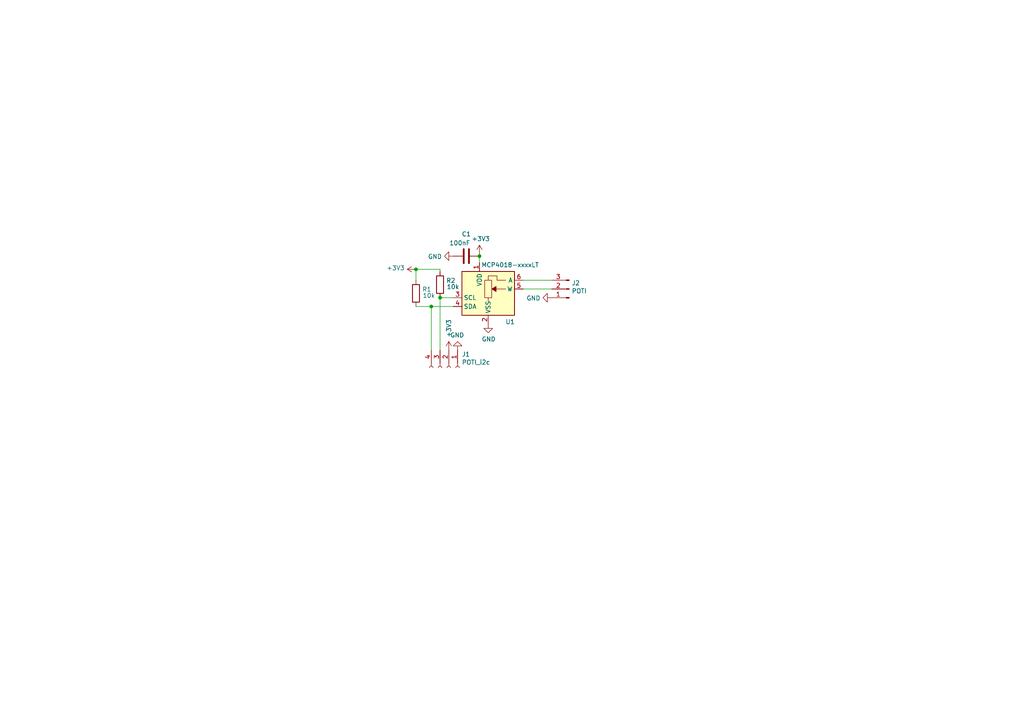
<source format=kicad_sch>
(kicad_sch (version 20211123) (generator eeschema)
  (paper "A4")
  (lib_symbols
    (symbol "Connector:Conn_01x03_Male" (pin_names (offset 1.016) hide)
      (property "Reference" "J" (at 0 5.08 0))
      (property "Value" "Conn_01x03_Male" (at 0 -5.08 0))
      (symbol "Conn_01x03_Male_1_1"
        (polyline (pts (xy 1.27 -2.54) (xy 0.8636 -2.54)) (stroke (width 0.1524)))
        (polyline (pts (xy 1.27 0) (xy 0.8636 0)) (stroke (width 0.1524)))
        (polyline (pts (xy 1.27 2.54) (xy 0.8636 2.54)) (stroke (width 0.1524)))
        (rectangle (start 0.8636 -2.413) (end 0 -2.667) (stroke (width 0.1524)) (fill (type outline)))
        (rectangle (start 0.8636 0.127) (end 0 -0.127) (stroke (width 0.1524)) (fill (type outline)))
        (rectangle (start 0.8636 2.667) (end 0 2.413) (stroke (width 0.1524)) (fill (type outline)))
        (pin passive line (at 5.08 2.54 180) (length 3.81) (name "Pin_1") (number "1"))
        (pin passive line (at 5.08 0 180) (length 3.81) (name "Pin_2") (number "2"))
        (pin passive line (at 5.08 -2.54 180) (length 3.81) (name "Pin_3") (number "3"))
      )
    )
    (symbol "Connector:Conn_01x04_Female" (pin_names (offset 1.016) hide)
      (property "Reference" "J" (at 0 5.08 0))
      (property "Value" "Conn_01x04_Female" (at 0 -7.62 0))
      (symbol "Conn_01x04_Female_1_1"
        (arc (start 0 -4.572) (mid -0.508 -5.08) (end 0 -5.588) (stroke (width 0.1524)))
        (arc (start 0 -2.032) (mid -0.508 -2.54) (end 0 -3.048) (stroke (width 0.1524)))
        (polyline (pts (xy -1.27 -5.08) (xy -0.508 -5.08)) (stroke (width 0.1524)))
        (polyline (pts (xy -1.27 -2.54) (xy -0.508 -2.54)) (stroke (width 0.1524)))
        (polyline (pts (xy -1.27 0) (xy -0.508 0)) (stroke (width 0.1524)))
        (polyline (pts (xy -1.27 2.54) (xy -0.508 2.54)) (stroke (width 0.1524)))
        (arc (start 0 0.508) (mid -0.508 0) (end 0 -0.508) (stroke (width 0.1524)))
        (arc (start 0 3.048) (mid -0.508 2.54) (end 0 2.032) (stroke (width 0.1524)))
        (pin passive line (at -5.08 2.54 0) (length 3.81) (name "Pin_1") (number "1"))
        (pin passive line (at -5.08 0 0) (length 3.81) (name "Pin_2") (number "2"))
        (pin passive line (at -5.08 -2.54 0) (length 3.81) (name "Pin_3") (number "3"))
        (pin passive line (at -5.08 -5.08 0) (length 3.81) (name "Pin_4") (number "4"))
      )
    )
    (symbol "Device:C" (pin_numbers hide) (pin_names (offset 0.254))
      (property "Reference" "C" (at 0.635 2.54 0))
      (property "Value" "C" (at 0.635 -2.54 0))
      (symbol "C_0_1"
        (polyline (pts (xy -2.032 -0.762) (xy 2.032 -0.762)) (stroke (width 0.508)))
        (polyline (pts (xy -2.032 0.762) (xy 2.032 0.762)) (stroke (width 0.508)))
      )
      (symbol "C_1_1"
        (pin passive line (at 0 3.81 270) (length 2.794) (name "~") (number "1"))
        (pin passive line (at 0 -3.81 90) (length 2.794) (name "~") (number "2"))
      )
    )
    (symbol "Device:R" (pin_numbers hide) (pin_names (offset 0))
      (property "Reference" "R" (at 2.032 0 90))
      (property "Value" "R" (at 0 0 90))
      (symbol "R_0_1"
        (rectangle (start -1.016 -2.54) (end 1.016 2.54) (stroke (width 0.254)))
      )
      (symbol "R_1_1"
        (pin passive line (at 0 3.81 270) (length 1.27) (name "~") (number "1"))
        (pin passive line (at 0 -3.81 90) (length 1.27) (name "~") (number "2"))
      )
    )
    (symbol "Potentiometer_Digital:MCP4018-xxxxLT"
      (property "Reference" "U" (at -7.62 8.89 0))
      (property "Value" "MCP4018-xxxxLT" (at 1.27 8.89 0))
      (symbol "MCP4018-xxxxLT_0_1"
        (polyline (pts (xy 0 0) (xy 0 -1.016)))
        (polyline (pts (xy 5.08 5.08) (xy 2.54 5.08) (xy 2.54 6.35) (xy 0 6.35) (xy 0 5.08)))
      )
      (symbol "MCP4018-xxxxLT_1_1"
        (rectangle (start -7.62 7.62) (end 7.62 -5.08) (stroke (width 0.254)) (fill (type background)))
        (polyline (pts (xy 5.08 2.54) (xy 2.286 2.54)))
        (polyline (pts (xy 2.286 1.778) (xy 2.286 3.302) (xy 1.016 2.54) (xy 2.286 1.778)) (fill (type outline)))
        (rectangle (start 1.016 0) (end -1.016 5.08))
        (pin power_in line (at -2.54 10.16 270) (length 2.54) (name "VDD") (number "1"))
        (pin power_in line (at 0 -7.62 90) (length 2.54) (name "VSS") (number "2"))
        (pin input line (at -10.16 0 0) (length 2.54) (name "SCL") (number "3"))
        (pin bidirectional line (at -10.16 -2.54 0) (length 2.54) (name "SDA") (number "4"))
        (pin passive line (at 10.16 2.54 180) (length 2.54) (name "W") (number "5"))
        (pin passive line (at 10.16 5.08 180) (length 2.54) (name "A") (number "6"))
      )
    )
    (symbol "poti_hack-rescue:+3.3V-power" (power) (pin_names (offset 0))
      (property "Value" "+3.3V-power" (at 0 3.556 0))
      (symbol "+3.3V-power_0_1"
        (polyline (pts (xy -0.762 1.27) (xy 0 2.54)))
        (polyline (pts (xy 0 0) (xy 0 2.54)))
        (polyline (pts (xy 0 2.54) (xy 0.762 1.27)))
      )
      (symbol "+3.3V-power_1_1"
        (pin power_in line (at 0 0 90) (length 0) hide (name "+3V3") (number "1"))
      )
    )
    (symbol "power:GND" (power) (pin_names (offset 0))
      (property "Value" "GND" (at 0 -3.81 0))
      (symbol "GND_0_1"
        (polyline (pts (xy 0 0) (xy 0 -1.27) (xy 1.27 -1.27) (xy 0 -2.54) (xy -1.27 -1.27) (xy 0 -1.27)))
      )
      (symbol "GND_1_1"
        (pin power_in line (at 0 0 270) (length 0) hide (name "GND") (number "1"))
      )
    )
  )
  (junction (at 125.095 88.9))
  (junction (at 139.065 74.295))
  (junction (at 127.635 86.36))
  (junction (at 120.65 78.105))
  (wire (pts (xy 127.635 78.105) (xy 127.635 78.74)))
  (wire (pts (xy 139.065 74.295) (xy 139.065 76.2)))
  (wire (pts (xy 139.065 73.66) (xy 139.065 74.295)))
  (wire (pts (xy 120.65 78.105) (xy 127.635 78.105)))
  (wire (pts (xy 127.635 86.36) (xy 131.445 86.36)))
  (wire (pts (xy 125.095 101.6) (xy 125.095 88.9)))
  (wire (pts (xy 127.635 101.6) (xy 127.635 86.36)))
  (wire (pts (xy 131.445 88.9) (xy 125.095 88.9)))
  (wire (pts (xy 125.095 88.9) (xy 120.65 88.9)))
  (wire (pts (xy 151.765 81.28) (xy 160.02 81.28)))
  (wire (pts (xy 120.65 81.28) (xy 120.65 78.105)))
  (wire (pts (xy 160.02 83.82) (xy 151.765 83.82)))
  (symbol (lib_id "Potentiometer_Digital:MCP4018-xxxxLT") (at 141.605 86.36 0) (unit 1)
    (property "Reference" "U1" (at 147.955 93.345 0))
    (property "Value" "MCP4018-xxxxLT" (at 147.955 76.835 0))
    (property "Footprint" "Package_TO_SOT_SMD:SOT-363_SC-70-6" (effects hide))
    (property "Datasheet" "http://ww1.microchip.com/downloads/en/DeviceDoc/22147a.pdf" (effects hide))
  )
  (symbol (lib_id "Connector:Conn_01x03_Male") (at 165.1 83.82 180) (unit 1)
    (property "Reference" "J2" (at 165.8112 82.0928 0) (effects (justify right)))
    (property "Value" "POTI" (at 165.8112 84.4042 0) (effects (justify right)))
    (property "Footprint" "Connector_PinHeader_2.54mm:PinHeader_1x03_P2.54mm_Vertical" (effects hide))
  )
  (symbol (lib_id "power:GND") (at 141.605 93.98 0) (unit 1)
    (property "Reference" "#PWR0101" (effects hide))
    (property "Value" "GND" (at 141.732 98.3742 0))
  )
  (symbol (lib_id "power:GND") (at 160.02 86.36 270) (unit 1)
    (property "Reference" "#PWR0102" (effects hide))
    (property "Value" "GND" (at 156.7688 86.487 90) (effects (justify right)))
  )
  (symbol (lib_id "poti_hack-rescue:+3.3V-power") (at 139.065 73.66 0) (unit 1)
    (property "Reference" "#PWR0103" (effects hide))
    (property "Value" "+3.3V" (at 139.446 69.2658 0))
  )
  (symbol (lib_id "Device:R") (at 127.635 82.55 0) (unit 1)
    (property "Reference" "R2" (at 129.413 81.3816 0) (effects (justify left)))
    (property "Value" "10k" (at 129.54 83.185 0) (effects (justify left)))
    (property "Footprint" "Resistor_SMD:R_0402_1005Metric_Pad0.72x0.64mm_HandSolder" (effects hide))
  )
  (symbol (lib_id "Device:R") (at 120.65 85.09 0) (unit 1)
    (property "Reference" "R1" (at 122.428 83.9216 0) (effects (justify left)))
    (property "Value" "10k" (at 122.555 85.725 0) (effects (justify left)))
    (property "Footprint" "Resistor_SMD:R_0402_1005Metric_Pad0.72x0.64mm_HandSolder" (effects hide))
  )
  (symbol (lib_id "poti_hack-rescue:+3.3V-power") (at 120.65 78.105 90) (unit 1)
    (property "Reference" "#PWR0104" (effects hide))
    (property "Value" "+3.3V" (at 117.3988 77.724 90) (effects (justify left)))
  )
  (symbol (lib_id "Connector:Conn_01x04_Female") (at 130.175 106.68 270) (unit 1)
    (property "Reference" "J1" (at 133.9342 102.7684 90) (effects (justify left)))
    (property "Value" "POTI_i2c" (at 133.9342 105.0798 90) (effects (justify left)))
    (property "Footprint" "Connector_PinHeader_2.54mm:PinHeader_1x04_P2.54mm_Vertical" (effects hide))
  )
  (symbol (lib_id "power:GND") (at 132.715 101.6 180) (unit 1)
    (property "Reference" "#PWR0105" (effects hide))
    (property "Value" "GND" (at 132.588 97.2058 0))
  )
  (symbol (lib_id "poti_hack-rescue:+3.3V-power") (at 130.175 101.6 0) (unit 1)
    (property "Reference" "#PWR0106" (effects hide))
    (property "Value" "+3.3V" (at 130.175 95.25 90))
  )
  (symbol (lib_id "Device:C") (at 135.255 74.295 270) (unit 1)
    (property "Reference" "C1" (at 135.255 67.8942 90))
    (property "Value" "100nF" (at 133.35 70.485 90))
    (property "Footprint" "Capacitor_SMD:C_0402_1005Metric_Pad0.74x0.62mm_HandSolder" (effects hide))
  )
  (symbol (lib_id "power:GND") (at 131.445 74.295 270) (unit 1)
    (property "Reference" "#PWR0107" (effects hide))
    (property "Value" "GND" (at 128.1938 74.422 90) (effects (justify right)))
  )
)
</source>
